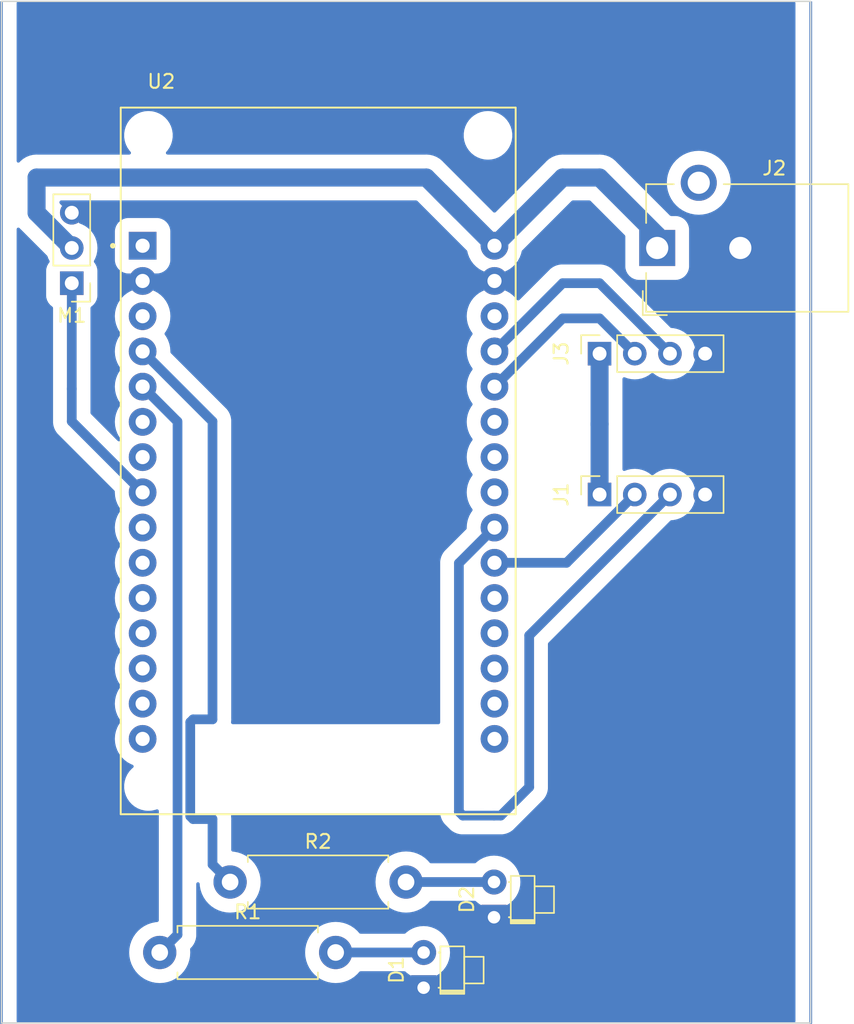
<source format=kicad_pcb>
(kicad_pcb (version 20221018) (generator pcbnew)
  (layers (0 "F.Cu" signal) (31 "B.Cu" signal) (34 "B.Paste" user) (35 "F.Paste" user) (36 "B.SilkS" user "B.Silkscreen") (37 "F.SilkS" user "F.Silkscreen") (38 "B.Mask" user) (39 "F.Mask" user) (44 "Edge.Cuts" user))
  (net 0 "")
  (net 1 "GND")
  (net 2 "Net-(D1-A)")
  (net 3 "Net-(D2-A)")
  (net 4 "+5V")
  (net 5 "Q Led_Rojo")
  (net 26 "Q TRIGGER 0")
  (net 27 "Q ECHO 0")
  (net 28 "Q TRIGGER 1")
  (net 29 "Q ECHO 1")
  (net 30 "Q PWM")
  (net 31 "Q Led_Verde")
  (footprint "Connector_PinSocket_2.54mm:PinSocket_1x04_P2.54mm_Vertical" (layer "F.Cu") (at 210.82 71.12 90)
    (fp_text reference "J1" (at 0 -2.77 90) (layer "F.SilkS"))
    (fp_text value "Conn_01x04_Socket")
    (fp_line (start -1.33 1.27) (end -1.33 8.95) (stroke (width 0.12)) (layer "F.SilkS"))
    (fp_line (start -1.33 1.27) (end 1.33 1.27) (stroke (width 0.12)) (layer "F.SilkS"))
    (fp_line (start -1.33 8.95) (end 1.33 8.95) (stroke (width 0.12)) (layer "F.SilkS"))
    (fp_line (start 0 -1.33) (end 1.33 -1.33) (stroke (width 0.12)) (layer "F.SilkS"))
    (fp_line (start 1.33 -1.33) (end 1.33 0) (stroke (width 0.12)) (layer "F.SilkS"))
    (fp_line (start 1.33 1.27) (end 1.33 8.95) (stroke (width 0.12)) (layer "F.SilkS"))
    (pad "1" thru_hole rect (at 0 0 90) (size 1.7 1.7) (drill 1) (layers "*.Cu" "*.Mask") (net 4 "+5V"))
    (pad "2" thru_hole oval (at 0 2.54 90) (size 1.7 1.7) (drill 1) (layers "*.Cu" "*.Mask") (net 26 "Q TRIGGER 0"))
    (pad "3" thru_hole oval (at 0 5.08 90) (size 1.7 1.7) (drill 1) (layers "*.Cu" "*.Mask") (net 27 "Q ECHO 0"))
    (pad "4" thru_hole oval (at 0 7.62 90) (size 1.7 1.7) (drill 1) (layers "*.Cu" "*.Mask") (net 1 "GND"))
  )
  (footprint "Esp32:MODULE_ESP32_DEVKIT_V1" (layer "F.Cu") (at 190.535 68.695)
    (fp_text reference "U2" (at -11.355 -27.36) (layer "F.SilkS"))
    (fp_text value "ESP32-DEVKIT-V1")
    (fp_line (start -14.28 -25.475) (end -3.211 -25.475) (stroke (width 0.127)) (layer "F.SilkS"))
    (fp_line (start -14.28 -25.475) (end 14.23 -25.475) (stroke (width 0.127)) (layer "F.SilkS"))
    (fp_line (start -14.28 25.475) (end -14.28 -25.475) (stroke (width 0.127)) (layer "F.SilkS"))
    (fp_line (start -14.28 25.475) (end -14.28 -25.475) (stroke (width 0.127)) (layer "F.SilkS"))
    (fp_line (start -14.28 25.475) (end -8.91 25.475) (stroke (width 0.127)) (layer "F.SilkS"))
    (fp_line (start -8.91 25.475) (end 8.78 25.475) (stroke (width 0.127)) (layer "F.SilkS"))
    (fp_line (start -3.211 -25.475) (end 3.5 -25.475) (stroke (width 0.127)) (layer "F.SilkS"))
    (fp_line (start 3.5 -25.475) (end 14.23 -25.475) (stroke (width 0.127)) (layer "F.SilkS"))
    (fp_line (start 8.78 25.475) (end 14.23 25.475) (stroke (width 0.127)) (layer "F.SilkS"))
    (fp_line (start 14.23 -25.475) (end 14.23 25.475) (stroke (width 0.127)) (layer "F.SilkS"))
    (fp_line (start 14.23 -25.475) (end 14.23 25.475) (stroke (width 0.127)) (layer "F.SilkS"))
    (fp_line (start 14.23 25.475) (end -14.28 25.475) (stroke (width 0.127)) (layer "F.SilkS"))
    (fp_circle (center -14.85 -15.515) (end -14.75 -15.515) (stroke (width 0.2)) (fill none) (layer "F.SilkS"))
    (pad "" np_thru_hole circle (at -12.28 -23.475) (size 3 3) (drill 3) (layers "*.Cu" "*.Mask"))
    (pad "" np_thru_hole circle (at -12.28 23.475) (size 3 3) (drill 3) (layers "*.Cu" "*.Mask"))
    (pad "" np_thru_hole circle (at 12.23 -23.475) (size 3 3) (drill 3) (layers "*.Cu" "*.Mask"))
    (pad "" np_thru_hole circle (at 12.23 23.475) (size 3 3) (drill 3) (layers "*.Cu" "*.Mask"))
    (pad "1" thru_hole rect (at -12.7 -15.515) (size 2 2) (drill 1.02) (layers "*.Cu" "*.Mask"))
    (pad "2" thru_hole circle (at -12.7 -12.975) (size 2 2) (drill 1.02) (layers "*.Cu" "*.Mask") (net 1 "GND"))
    (pad "3" thru_hole circle (at -12.7 -10.435) (size 2 2) (drill 1.02) (layers "*.Cu" "*.Mask"))
    (pad "4" thru_hole circle (at -12.7 -7.895) (size 2 2) (drill 1.02) (layers "*.Cu" "*.Mask") (net 5 "Q Led_Rojo"))
    (pad "5" thru_hole circle (at -12.7 -5.355) (size 2 2) (drill 1.02) (layers "*.Cu" "*.Mask") (net 31 "Q Led_Verde"))
    (pad "6" thru_hole circle (at -12.7 -2.815) (size 2 2) (drill 1.02) (layers "*.Cu" "*.Mask"))
    (pad "7" thru_hole circle (at -12.7 -0.275) (size 2 2) (drill 1.02) (layers "*.Cu" "*.Mask"))
    (pad "8" thru_hole circle (at -12.7 2.265) (size 2 2) (drill 1.02) (layers "*.Cu" "*.Mask") (net 30 "Q PWM"))
    (pad "9" thru_hole circle (at -12.7 4.805) (size 2 2) (drill 1.02) (layers "*.Cu" "*.Mask"))
    (pad "10" thru_hole circle (at -12.7 7.345) (size 2 2) (drill 1.02) (layers "*.Cu" "*.Mask"))
    (pad "11" thru_hole circle (at -12.7 9.885) (size 2 2) (drill 1.02) (layers "*.Cu" "*.Mask"))
    (pad "12" thru_hole circle (at -12.7 12.425) (size 2 2) (drill 1.02) (layers "*.Cu" "*.Mask"))
    (pad "13" thru_hole circle (at -12.7 14.965) (size 2 2) (drill 1.02) (layers "*.Cu" "*.Mask"))
    (pad "14" thru_hole circle (at -12.7 17.505) (size 2 2) (drill 1.02) (layers "*.Cu" "*.Mask"))
    (pad "15" thru_hole circle (at -12.7 20.045) (size 2 2) (drill 1.02) (layers "*.Cu" "*.Mask"))
    (pad "16" thru_hole circle (at 12.7 20.045) (size 2 2) (drill 1.02) (layers "*.Cu" "*.Mask"))
    (pad "17" thru_hole circle (at 12.7 17.505) (size 2 2) (drill 1.02) (layers "*.Cu" "*.Mask"))
    (pad "18" thru_hole circle (at 12.7 14.965) (size 2 2) (drill 1.02) (layers "*.Cu" "*.Mask"))
    (pad "19" thru_hole circle (at 12.7 12.425) (size 2 2) (drill 1.02) (layers "*.Cu" "*.Mask"))
    (pad "20" thru_hole circle (at 12.7 9.885) (size 2 2) (drill 1.02) (layers "*.Cu" "*.Mask"))
    (pad "21" thru_hole circle (at 12.7 7.345) (size 2 2) (drill 1.02) (layers "*.Cu" "*.Mask") (net 26 "Q TRIGGER 0"))
    (pad "22" thru_hole circle (at 12.7 4.805) (size 2 2) (drill 1.02) (layers "*.Cu" "*.Mask") (net 27 "Q ECHO 0"))
    (pad "23" thru_hole circle (at 12.7 2.265) (size 2 2) (drill 1.02) (layers "*.Cu" "*.Mask"))
    (pad "24" thru_hole circle (at 12.7 -0.275) (size 2 2) (drill 1.02) (layers "*.Cu" "*.Mask"))
    (pad "25" thru_hole circle (at 12.7 -2.815) (size 2 2) (drill 1.02) (layers "*.Cu" "*.Mask"))
    (pad "26" thru_hole circle (at 12.7 -5.355) (size 2 2) (drill 1.02) (layers "*.Cu" "*.Mask") (net 28 "Q TRIGGER 1"))
    (pad "27" thru_hole circle (at 12.7 -7.895) (size 2 2) (drill 1.02) (layers "*.Cu" "*.Mask") (net 29 "Q ECHO 1"))
    (pad "28" thru_hole circle (at 12.7 -10.435) (size 2 2) (drill 1.02) (layers "*.Cu" "*.Mask"))
    (pad "29" thru_hole circle (at 12.7 -12.975) (size 2 2) (drill 1.02) (layers "*.Cu" "*.Mask") (net 1 "GND"))
    (pad "30" thru_hole circle (at 12.7 -15.515) (size 2 2) (drill 1.02) (layers "*.Cu" "*.Mask") (net 4 "+5V"))
    (zone (net 0) (net_name "") (layer "B.Cu") (connect_pads (clearance 0)) (min_thickness 0.01)
      (keepout (tracks not_allowed) (vias not_allowed) (pads not_allowed) (copperpour not_allowed) (footprints allowed))
      (fill (thermal_gap 0.508) (thermal_bridge_width 0.508))
      (polygon (pts (xy 181.625 87.68) (xy 199.315 87.68) (xy 199.315 94.17) (xy 181.625 94.17)))
    )
  )
  (footprint "LED_THT:LED_D1.8mm_W1.8mm_H2.4mm_Horizontal_O1.27mm_Z1.6mm" (layer "F.Cu") (at 203.2 101.6 90)
    (fp_text reference "D2" (at 1.27 -1.96 90) (layer "F.SilkS"))
    (fp_text value "LED")
    (fp_line (start -0.44 1.21) (end -0.44 2.93) (stroke (width 0.12)) (layer "F.SilkS"))
    (fp_line (start -0.44 2.93) (end 2.98 2.93) (stroke (width 0.12)) (layer "F.SilkS"))
    (fp_line (start -0.32 1.21) (end -0.32 2.93) (stroke (width 0.12)) (layer "F.SilkS"))
    (fp_line (start -0.2 1.21) (end -0.2 2.93) (stroke (width 0.12)) (layer "F.SilkS"))
    (fp_line (start 0 1.08) (end 0 1.08) (stroke (width 0.12)) (layer "F.SilkS"))
    (fp_line (start 0 1.08) (end 0 1.21) (stroke (width 0.12)) (layer "F.SilkS"))
    (fp_line (start 0 1.21) (end 0 1.08) (stroke (width 0.12)) (layer "F.SilkS"))
    (fp_line (start 0 1.21) (end 0 1.21) (stroke (width 0.12)) (layer "F.SilkS"))
    (fp_line (start 0.31 2.93) (end 0.31 4.33) (stroke (width 0.12)) (layer "F.SilkS"))
    (fp_line (start 0.31 4.33) (end 2.23 4.33) (stroke (width 0.12)) (layer "F.SilkS"))
    (fp_line (start 2.23 2.93) (end 0.31 2.93) (stroke (width 0.12)) (layer "F.SilkS"))
    (fp_line (start 2.23 4.33) (end 2.23 2.93) (stroke (width 0.12)) (layer "F.SilkS"))
    (fp_line (start 2.54 1.08) (end 2.54 1.08) (stroke (width 0.12)) (layer "F.SilkS"))
    (fp_line (start 2.54 1.08) (end 2.54 1.21) (stroke (width 0.12)) (layer "F.SilkS"))
    (fp_line (start 2.54 1.21) (end 2.54 1.08) (stroke (width 0.12)) (layer "F.SilkS"))
    (fp_line (start 2.54 1.21) (end 2.54 1.21) (stroke (width 0.12)) (layer "F.SilkS"))
    (fp_line (start 2.98 1.21) (end -0.44 1.21) (stroke (width 0.12)) (layer "F.SilkS"))
    (fp_line (start 2.98 2.93) (end 2.98 1.21) (stroke (width 0.12)) (layer "F.SilkS"))
    (pad "1" thru_hole rect (at 0 0 90) (size 1.8 1.8) (drill 0.9) (layers "*.Cu" "*.Mask") (net 1 "GND"))
    (pad "2" thru_hole circle (at 2.54 0 90) (size 1.8 1.8) (drill 0.9) (layers "*.Cu" "*.Mask") (net 3 "Net-(D2-A)"))
  )
  (footprint "Connector_BarrelJack:BarrelJack_CUI_PJ-102AH_Horizontal" (layer "F.Cu") (at 214.98 53.34 90)
    (fp_text reference "J2" (at 5.75 8.45) (layer "F.SilkS"))
    (fp_text value "Jack-DC")
    (fp_line (start -4.84 -1.04) (end -3.1 -1.04) (stroke (width 0.12)) (layer "F.SilkS"))
    (fp_line (start -4.84 0.7) (end -4.84 -1.04) (stroke (width 0.12)) (layer "F.SilkS"))
    (fp_line (start -4.6 -0.8) (end -1.8 -0.8) (stroke (width 0.12)) (layer "F.SilkS"))
    (fp_line (start -4.6 13.8) (end -4.6 -0.8) (stroke (width 0.12)) (layer "F.SilkS"))
    (fp_line (start 1.8 -0.8) (end 4.6 -0.8) (stroke (width 0.12)) (layer "F.SilkS"))
    (fp_line (start 4.6 -0.8) (end 4.6 1.2) (stroke (width 0.12)) (layer "F.SilkS"))
    (fp_line (start 4.6 4.8) (end 4.6 13.8) (stroke (width 0.12)) (layer "F.SilkS"))
    (fp_line (start 4.6 13.8) (end -4.6 13.8) (stroke (width 0.12)) (layer "F.SilkS"))
    (pad "1" thru_hole rect (at 0 0 90) (size 2.6 2.6) (drill 1.6) (layers "*.Cu" "*.Mask") (net 4 "+5V"))
    (pad "2" thru_hole circle (at 0 6 90) (size 2.6 2.6) (drill 1.6) (layers "*.Cu" "*.Mask") (net 1 "GND"))
    (pad "3" thru_hole circle (at 4.7 3 90) (size 2.6 2.6) (drill 1.6) (layers "*.Cu" "*.Mask"))
  )
  (footprint "Connector_PinHeader_2.54mm:PinHeader_1x03_P2.54mm_Vertical" (layer "F.Cu") (at 172.72 55.88 180)
    (fp_text reference "M1" (at 0 -2.33) (layer "F.SilkS"))
    (fp_text value "Motor_Servo")
    (fp_line (start -1.33 -1.33) (end 0 -1.33) (stroke (width 0.12)) (layer "F.SilkS"))
    (fp_line (start -1.33 0) (end -1.33 -1.33) (stroke (width 0.12)) (layer "F.SilkS"))
    (fp_line (start -1.33 1.27) (end -1.33 6.41) (stroke (width 0.12)) (layer "F.SilkS"))
    (fp_line (start -1.33 1.27) (end 1.33 1.27) (stroke (width 0.12)) (layer "F.SilkS"))
    (fp_line (start -1.33 6.41) (end 1.33 6.41) (stroke (width 0.12)) (layer "F.SilkS"))
    (fp_line (start 1.33 1.27) (end 1.33 6.41) (stroke (width 0.12)) (layer "F.SilkS"))
    (pad "1" thru_hole rect (at 0 0 180) (size 1.7 1.7) (drill 1) (layers "*.Cu" "*.Mask") (net 30 "Q PWM"))
    (pad "2" thru_hole oval (at 0 2.54 180) (size 1.7 1.7) (drill 1) (layers "*.Cu" "*.Mask") (net 4 "+5V"))
    (pad "3" thru_hole oval (at 0 5.08 180) (size 1.7 1.7) (drill 1) (layers "*.Cu" "*.Mask") (net 1 "GND"))
  )
  (footprint "LED_THT:LED_D1.8mm_W1.8mm_H2.4mm_Horizontal_O1.27mm_Z1.6mm" (layer "F.Cu") (at 198.12 106.68 90)
    (fp_text reference "D1" (at 1.27 -1.96 90) (layer "F.SilkS"))
    (fp_text value "LED")
    (fp_line (start -0.44 1.21) (end -0.44 2.93) (stroke (width 0.12)) (layer "F.SilkS"))
    (fp_line (start -0.44 2.93) (end 2.98 2.93) (stroke (width 0.12)) (layer "F.SilkS"))
    (fp_line (start -0.32 1.21) (end -0.32 2.93) (stroke (width 0.12)) (layer "F.SilkS"))
    (fp_line (start -0.2 1.21) (end -0.2 2.93) (stroke (width 0.12)) (layer "F.SilkS"))
    (fp_line (start 0 1.08) (end 0 1.08) (stroke (width 0.12)) (layer "F.SilkS"))
    (fp_line (start 0 1.08) (end 0 1.21) (stroke (width 0.12)) (layer "F.SilkS"))
    (fp_line (start 0 1.21) (end 0 1.08) (stroke (width 0.12)) (layer "F.SilkS"))
    (fp_line (start 0 1.21) (end 0 1.21) (stroke (width 0.12)) (layer "F.SilkS"))
    (fp_line (start 0.31 2.93) (end 0.31 4.33) (stroke (width 0.12)) (layer "F.SilkS"))
    (fp_line (start 0.31 4.33) (end 2.23 4.33) (stroke (width 0.12)) (layer "F.SilkS"))
    (fp_line (start 2.23 2.93) (end 0.31 2.93) (stroke (width 0.12)) (layer "F.SilkS"))
    (fp_line (start 2.23 4.33) (end 2.23 2.93) (stroke (width 0.12)) (layer "F.SilkS"))
    (fp_line (start 2.54 1.08) (end 2.54 1.08) (stroke (width 0.12)) (layer "F.SilkS"))
    (fp_line (start 2.54 1.08) (end 2.54 1.21) (stroke (width 0.12)) (layer "F.SilkS"))
    (fp_line (start 2.54 1.21) (end 2.54 1.08) (stroke (width 0.12)) (layer "F.SilkS"))
    (fp_line (start 2.54 1.21) (end 2.54 1.21) (stroke (width 0.12)) (layer "F.SilkS"))
    (fp_line (start 2.98 1.21) (end -0.44 1.21) (stroke (width 0.12)) (layer "F.SilkS"))
    (fp_line (start 2.98 2.93) (end 2.98 1.21) (stroke (width 0.12)) (layer "F.SilkS"))
    (pad "1" thru_hole rect (at 0 0 90) (size 1.8 1.8) (drill 0.9) (layers "*.Cu" "*.Mask") (net 1 "GND"))
    (pad "2" thru_hole circle (at 2.54 0 90) (size 1.8 1.8) (drill 0.9) (layers "*.Cu" "*.Mask") (net 2 "Net-(D1-A)"))
  )
  (footprint "Connector_PinSocket_2.54mm:PinSocket_1x04_P2.54mm_Vertical" (layer "F.Cu") (at 210.82 60.96 90)
    (fp_text reference "J3" (at 0 -2.77 90) (layer "F.SilkS"))
    (fp_text value "Conn_01x04_Socket")
    (fp_line (start -1.33 1.27) (end -1.33 8.95) (stroke (width 0.12)) (layer "F.SilkS"))
    (fp_line (start -1.33 1.27) (end 1.33 1.27) (stroke (width 0.12)) (layer "F.SilkS"))
    (fp_line (start -1.33 8.95) (end 1.33 8.95) (stroke (width 0.12)) (layer "F.SilkS"))
    (fp_line (start 0 -1.33) (end 1.33 -1.33) (stroke (width 0.12)) (layer "F.SilkS"))
    (fp_line (start 1.33 -1.33) (end 1.33 0) (stroke (width 0.12)) (layer "F.SilkS"))
    (fp_line (start 1.33 1.27) (end 1.33 8.95) (stroke (width 0.12)) (layer "F.SilkS"))
    (pad "1" thru_hole rect (at 0 0 90) (size 1.7 1.7) (drill 1) (layers "*.Cu" "*.Mask") (net 4 "+5V"))
    (pad "2" thru_hole oval (at 0 2.54 90) (size 1.7 1.7) (drill 1) (layers "*.Cu" "*.Mask") (net 28 "Q TRIGGER 1"))
    (pad "3" thru_hole oval (at 0 5.08 90) (size 1.7 1.7) (drill 1) (layers "*.Cu" "*.Mask") (net 29 "Q ECHO 1"))
    (pad "4" thru_hole oval (at 0 7.62 90) (size 1.7 1.7) (drill 1) (layers "*.Cu" "*.Mask") (net 1 "GND"))
  )
  (footprint "Resistor_THT:R_Axial_DIN0411_L9.9mm_D3.6mm_P12.70mm_Horizontal" (layer "F.Cu") (at 184.15 99.06)
    (fp_text reference "R2" (at 6.35 -2.92) (layer "F.SilkS"))
    (fp_text value "R")
    (fp_line (start 1.28 -1.92) (end 11.42 -1.92) (stroke (width 0.12)) (layer "F.SilkS"))
    (fp_line (start 1.28 -1.44) (end 1.28 -1.92) (stroke (width 0.12)) (layer "F.SilkS"))
    (fp_line (start 1.28 1.44) (end 1.28 1.92) (stroke (width 0.12)) (layer "F.SilkS"))
    (fp_line (start 1.28 1.92) (end 11.42 1.92) (stroke (width 0.12)) (layer "F.SilkS"))
    (fp_line (start 11.42 -1.92) (end 11.42 -1.44) (stroke (width 0.12)) (layer "F.SilkS"))
    (fp_line (start 11.42 1.92) (end 11.42 1.44) (stroke (width 0.12)) (layer "F.SilkS"))
    (pad "1" thru_hole circle (at 0 0) (size 2.4 2.4) (drill 1.2) (layers "*.Cu" "*.Mask") (net 5 "Q Led_Rojo"))
    (pad "2" thru_hole oval (at 12.7 0) (size 2.4 2.4) (drill 1.2) (layers "*.Cu" "*.Mask") (net 3 "Net-(D2-A)"))
  )
  (footprint "Resistor_THT:R_Axial_DIN0411_L9.9mm_D3.6mm_P12.70mm_Horizontal" (layer "F.Cu") (at 179.07 104.14)
    (fp_text reference "R1" (at 6.35 -2.92) (layer "F.SilkS"))
    (fp_text value "R")
    (fp_line (start 1.28 -1.92) (end 11.42 -1.92) (stroke (width 0.12)) (layer "F.SilkS"))
    (fp_line (start 1.28 -1.44) (end 1.28 -1.92) (stroke (width 0.12)) (layer "F.SilkS"))
    (fp_line (start 1.28 1.44) (end 1.28 1.92) (stroke (width 0.12)) (layer "F.SilkS"))
    (fp_line (start 1.28 1.92) (end 11.42 1.92) (stroke (width 0.12)) (layer "F.SilkS"))
    (fp_line (start 11.42 -1.92) (end 11.42 -1.44) (stroke (width 0.12)) (layer "F.SilkS"))
    (fp_line (start 11.42 1.92) (end 11.42 1.44) (stroke (width 0.12)) (layer "F.SilkS"))
    (pad "1" thru_hole circle (at 0 0) (size 2.4 2.4) (drill 1.2) (layers "*.Cu" "*.Mask") (net 31 "Q Led_Verde"))
    (pad "2" thru_hole oval (at 12.7 0) (size 2.4 2.4) (drill 1.2) (layers "*.Cu" "*.Mask") (net 2 "Net-(D1-A)"))
  )
  (gr_rect (start 226.06 35.56) (end 226.06 109.22) (stroke (width 0.2)) (fill none) (layer "B.Cu"))
  (gr_rect (start 167.64 35.56) (end 167.64 109.22) (stroke (width 0.2)) (fill none) (layer "B.Cu"))
  (gr_rect (start 167.64 35.56) (end 226.06 109.22) (stroke (width 0.1)) (fill none) (layer "Edge.Cuts"))
  (segment (start 172.72 50.8) (end 172.72 50.993364) (width 1.3) (layer "F.Cu") (net 1))
  (segment (start 177.446636 55.72) (end 177.835 55.72) (width 1.3) (layer "F.Cu") (net 1))
  (segment (start 203.2 55.72) (end 203.235 55.72) (width 1.3) (layer "F.Cu") (net 1))
  (segment (start 177.446636 55.72) (end 177.835 55.72) (width 1.3) (layer "B.Cu") (net 1))
  (segment (start 172.72 50.8) (end 172.72 50.993364) (width 1.3) (layer "B.Cu") (net 1))
  (segment (start 203.235 55.72) (end 203.395 55.88) (width 1.3) (layer "B.Cu") (net 1))
  (segment (start 191.77 104.14) (end 198.12 104.14) (width 0.7) (layer "B.Cu") (net 2))
  (segment (start 196.85 99.06) (end 203.2 99.06) (width 0.7) (layer "B.Cu") (net 3))
  (segment (start 210.82 60.96) (end 210.82 60.765) (width 1.3) (layer "F.Cu") (net 4))
  (segment (start 208.155 48.26) (end 210.82 48.26) (width 1.3) (layer "B.Cu") (net 4))
  (segment (start 214.98 52.42) (end 214.98 53.34) (width 1.3) (layer "B.Cu") (net 4))
  (segment (start 170.18 50.8) (end 170.18 48.26) (width 1.3) (layer "B.Cu") (net 4))
  (segment (start 199.353204 49.298204) (end 200.7575 50.7025) (width 1.3) (layer "B.Cu") (net 4))
  (segment (start 200.7575 50.7025) (end 203.235 53.18) (width 1.3) (layer "B.Cu") (net 4))
  (segment (start 170.18 48.26) (end 198.315 48.26) (width 1.3) (layer "B.Cu") (net 4))
  (segment (start 210.82 48.26) (end 214.98 52.42) (width 1.3) (layer "B.Cu") (net 4))
  (segment (start 172.72 53.34) (end 170.18 50.8) (width 1.3) (layer "B.Cu") (net 4))
  (segment (start 198.315 48.26) (end 200.7575 50.7025) (width 1.3) (layer "B.Cu") (net 4))
  (segment (start 203.235 53.18) (end 208.155 48.26) (width 1.3) (layer "B.Cu") (net 4))
  (segment (start 210.82 60.96) (end 210.82 66.04) (width 1.3) (layer "B.Cu") (net 4))
  (segment (start 210.82 66.04) (end 210.82 71.12) (width 1.3) (layer "B.Cu") (net 4))
  (segment (start 182.88 65.845) (end 182.88 87.33) (width 0.7) (layer "B.Cu") (net 5))
  (segment (start 177.835 60.8) (end 182.88 65.845) (width 0.7) (layer "B.Cu") (net 5))
  (segment (start 181.480024 94.52) (end 182.88 94.52) (width 0.7) (layer "B.Cu") (net 5))
  (segment (start 181.275 87.535024) (end 181.275 94.314976) (width 0.7) (layer "B.Cu") (net 5))
  (segment (start 182.88 87.33) (end 181.480024 87.33) (width 0.7) (layer "B.Cu") (net 5))
  (segment (start 182.88 97.79) (end 184.15 99.06) (width 0.7) (layer "B.Cu") (net 5))
  (segment (start 181.275 94.314976) (end 181.480024 94.52) (width 0.7) (layer "B.Cu") (net 5))
  (segment (start 181.480024 87.33) (end 181.275 87.535024) (width 0.7) (layer "B.Cu") (net 5))
  (segment (start 182.88 94.52) (end 182.88 97.79) (width 0.7) (layer "B.Cu") (net 5))
  (segment (start 203.395 76.2) (end 203.235 76.04) (width 0.7) (layer "F.Cu") (net 26))
  (segment (start 208.44 76.04) (end 203.235 76.04) (width 0.7) (layer "B.Cu") (net 26))
  (segment (start 213.36 71.12) (end 208.44 76.04) (width 0.7) (layer "B.Cu") (net 26))
  (segment (start 215.9 71.12) (end 205.74 81.28) (width 0.7) (layer "B.Cu") (net 27))
  (segment (start 200.665 93.985) (end 200.665 76.07) (width 0.7) (layer "B.Cu") (net 27))
  (segment (start 203.684848 94.27) (end 203.2 94.27) (width 0.7) (layer "B.Cu") (net 27))
  (segment (start 205.74 92.214848) (end 203.684848 94.27) (width 0.7) (layer "B.Cu") (net 27))
  (segment (start 203.2 94.27) (end 200.95 94.27) (width 0.7) (layer "B.Cu") (net 27))
  (segment (start 200.665 76.07) (end 203.235 73.5) (width 0.7) (layer "B.Cu") (net 27))
  (segment (start 205.74 81.28) (end 205.74 92.214848) (width 0.7) (layer "B.Cu") (net 27))
  (segment (start 200.95 94.27) (end 200.66 93.98) (width 0.7) (layer "B.Cu") (net 27))
  (segment (start 213.36 60.96) (end 210.82 58.42) (width 0.7) (layer "B.Cu") (net 28))
  (segment (start 208.155 58.42) (end 203.235 63.34) (width 0.7) (layer "B.Cu") (net 28))
  (segment (start 210.82 58.42) (end 208.155 58.42) (width 0.7) (layer "B.Cu") (net 28))
  (segment (start 203.235 60.8) (end 208.155 55.88) (width 0.7) (layer "B.Cu") (net 29))
  (segment (start 210.82 55.88) (end 215.9 60.96) (width 0.7) (layer "B.Cu") (net 29))
  (segment (start 208.155 55.88) (end 210.82 55.88) (width 0.7) (layer "B.Cu") (net 29))
  (segment (start 172.72 63.5) (end 172.72 55.88) (width 0.7) (layer "B.Cu") (net 30))
  (segment (start 177.835 70.96) (end 172.72 65.845) (width 0.7) (layer "B.Cu") (net 30))
  (segment (start 172.72 65.845) (end 172.72 63.5) (width 0.7) (layer "B.Cu") (net 30))
  (segment (start 177.835 63.34) (end 180.34 65.845) (width 0.7) (layer "B.Cu") (net 31))
  (segment (start 180.34 65.845) (end 180.34 65.86) (width 0.7) (layer "B.Cu") (net 31))
  (segment (start 180.355 65.86) (end 180.355 102.855) (width 0.7) (layer "B.Cu") (net 31))
  (segment (start 180.355 102.855) (end 179.07 104.14) (width 0.7) (layer "B.Cu") (net 31))
  (zone (net 1) (net_name "GND") (layer "B.Cu") (connect_pads yes (clearance 1)) (min_thickness 0.25) (fill yes (thermal_gap 0.5) (thermal_bridge_width 0.5))
    (polygon (pts (xy 167.64 35.56) (xy 226.06 35.56) (xy 226.06 109.22) (xy 167.64 109.22)))
  )
)
</source>
